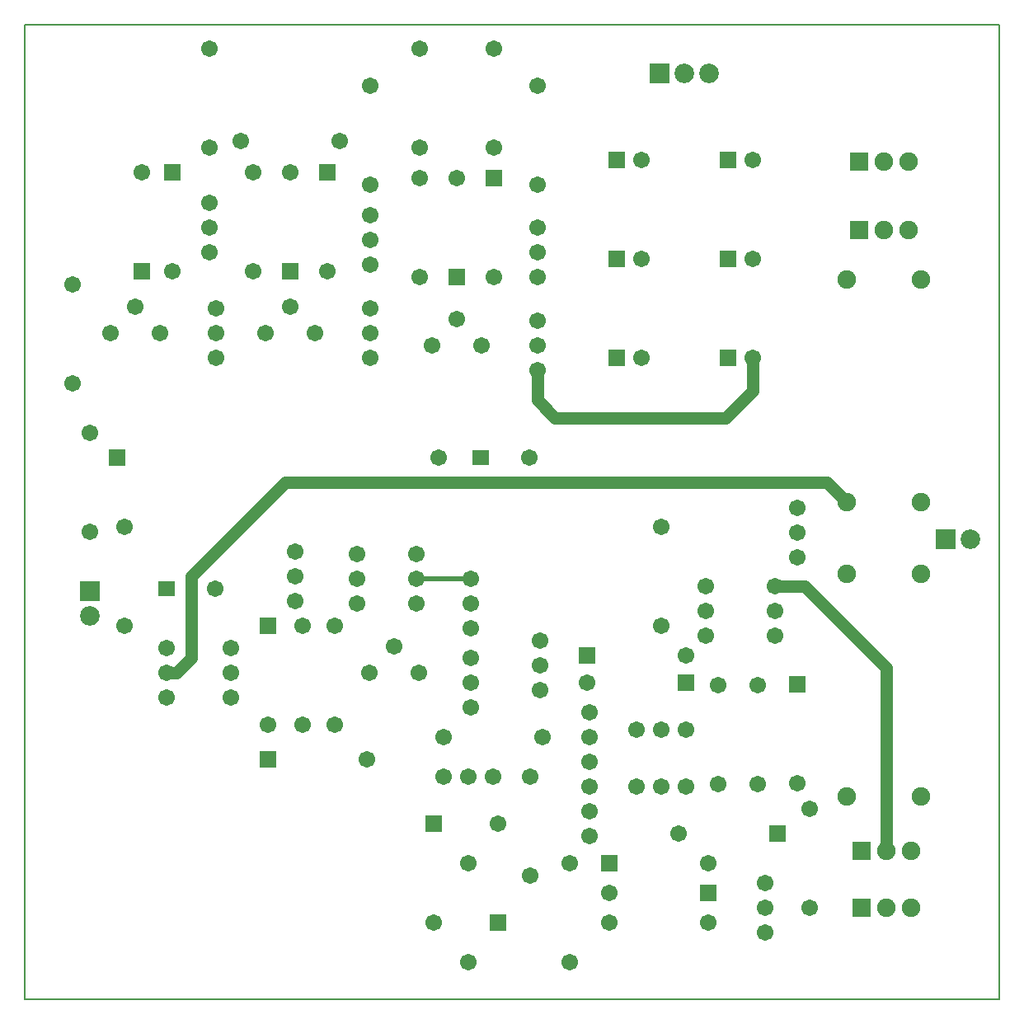
<source format=gtl>
G04 #@! TF.FileFunction,Copper,L1,Top,Signal*
%FSLAX46Y46*%
G04 Gerber Fmt 4.6, Leading zero omitted, Abs format (unit mm)*
G04 Created by KiCad (PCBNEW 4.0.1-stable) date 09/21/16 04:31:25*
%MOMM*%
G01*
G04 APERTURE LIST*
%ADD10C,0.100000*%
%ADD11C,0.150000*%
%ADD12R,1.716000X1.716000*%
%ADD13C,1.716000*%
%ADD14R,2.016000X2.016000*%
%ADD15C,2.016000*%
%ADD16C,1.916000*%
%ADD17R,1.916000X1.916000*%
%ADD18R,1.716000X1.554000*%
%ADD19C,1.270000*%
%ADD20C,0.508000*%
G04 APERTURE END LIST*
D10*
D11*
X115000000Y-145000000D02*
X115000000Y-45000000D01*
X215000000Y-45000000D02*
X115000000Y-45000000D01*
X215000000Y-145000000D02*
X115000000Y-145000000D01*
X215000000Y-45000000D02*
X215000000Y-145000000D01*
D12*
X126957460Y-70251480D03*
D13*
X126960000Y-60092000D03*
D12*
X130137540Y-60092520D03*
D13*
X130135000Y-70252000D03*
D12*
X142197460Y-70251480D03*
D13*
X142200000Y-60092000D03*
D12*
X146012540Y-60092520D03*
D13*
X146010000Y-70252000D03*
D12*
X159342460Y-70886480D03*
D13*
X159345000Y-60727000D03*
D12*
X163157540Y-60727520D03*
D13*
X163155000Y-70887000D03*
D12*
X139954520Y-120393460D03*
D13*
X150114000Y-120396000D03*
D12*
X139956540Y-106680520D03*
D13*
X139954000Y-116840000D03*
D12*
X163573460Y-137159480D03*
D13*
X163576000Y-127000000D03*
D12*
X156974540Y-127000520D03*
D13*
X156972000Y-137160000D03*
D12*
X185165480Y-134114540D03*
D13*
X175006000Y-134112000D03*
D12*
X175006520Y-131061460D03*
D13*
X185166000Y-131064000D03*
D12*
X172720520Y-109725460D03*
D13*
X182880000Y-109728000D03*
D12*
X182879480Y-112524540D03*
D13*
X172720000Y-112522000D03*
D12*
X192277480Y-128018540D03*
D13*
X182118000Y-128016000D03*
D12*
X194272540Y-112670520D03*
D13*
X194270000Y-122830000D03*
D14*
X121666000Y-103124000D03*
D15*
X121666000Y-105664000D03*
D14*
X209550000Y-97790000D03*
D15*
X212090000Y-97790000D03*
D14*
X180173000Y-49932000D03*
D15*
X182713000Y-49932000D03*
X185253000Y-49932000D03*
D13*
X133945000Y-65807000D03*
X133945000Y-63267000D03*
X133945000Y-68347000D03*
X134580000Y-76602000D03*
X134580000Y-79142000D03*
X134580000Y-74062000D03*
X150455000Y-67077000D03*
X150455000Y-64537000D03*
X150455000Y-69617000D03*
X150455000Y-76602000D03*
X150455000Y-79142000D03*
X150455000Y-74062000D03*
X167600000Y-68347000D03*
X167600000Y-65807000D03*
X167600000Y-70887000D03*
X167600000Y-77872000D03*
X167600000Y-80412000D03*
X167600000Y-75332000D03*
X149098000Y-101854000D03*
X149098000Y-104394000D03*
X149098000Y-99314000D03*
X142748000Y-101600000D03*
X142748000Y-99060000D03*
X142748000Y-104140000D03*
X129540000Y-111506000D03*
X129540000Y-108966000D03*
X129540000Y-114046000D03*
X155194000Y-101854000D03*
X155194000Y-99314000D03*
X155194000Y-104394000D03*
X160782000Y-104394000D03*
X160782000Y-101854000D03*
X160782000Y-106934000D03*
X136144000Y-111506000D03*
X136144000Y-114046000D03*
X136144000Y-108966000D03*
X160782000Y-112522000D03*
X160782000Y-109982000D03*
X160782000Y-115062000D03*
X160528000Y-122174000D03*
X163068000Y-122174000D03*
X157988000Y-122174000D03*
X167894000Y-110744000D03*
X167894000Y-113284000D03*
X167894000Y-108204000D03*
X172974000Y-125730000D03*
X172974000Y-128270000D03*
X172974000Y-123190000D03*
X172974000Y-118110000D03*
X172974000Y-120650000D03*
X172974000Y-115570000D03*
X184912000Y-105156000D03*
X184912000Y-102616000D03*
X184912000Y-107696000D03*
X180340000Y-117348000D03*
X177800000Y-117348000D03*
X182880000Y-117348000D03*
X192024000Y-105156000D03*
X192024000Y-107696000D03*
X192024000Y-102616000D03*
X180340000Y-123190000D03*
X182880000Y-123190000D03*
X177800000Y-123190000D03*
X191008000Y-135636000D03*
X191008000Y-138176000D03*
X191008000Y-133096000D03*
X194310000Y-97155000D03*
X194310000Y-99695000D03*
X194310000Y-94615000D03*
D16*
X203454000Y-135636000D03*
D17*
X200914000Y-135636000D03*
D16*
X205994000Y-135636000D03*
X203454000Y-129794000D03*
D17*
X200914000Y-129794000D03*
D16*
X205994000Y-129794000D03*
X203200000Y-66040000D03*
D17*
X200660000Y-66040000D03*
D16*
X205740000Y-66040000D03*
X203200000Y-59055000D03*
D17*
X200660000Y-59055000D03*
D16*
X205740000Y-59055000D03*
D18*
X129540000Y-102870000D03*
D13*
X134540000Y-102870000D03*
D18*
X161798000Y-89408000D03*
D13*
X166798000Y-89408000D03*
D12*
X175728000Y-58822000D03*
D13*
X178268000Y-58822000D03*
D12*
X175728000Y-68982000D03*
D13*
X178268000Y-68982000D03*
D12*
X175728000Y-79142000D03*
D13*
X178268000Y-79142000D03*
D12*
X187158000Y-58822000D03*
D13*
X189698000Y-58822000D03*
D12*
X187158000Y-68982000D03*
D13*
X189698000Y-68982000D03*
D12*
X187158000Y-79142000D03*
D13*
X189698000Y-79142000D03*
D16*
X199390000Y-124206000D03*
X199390000Y-101346000D03*
X207010000Y-124206000D03*
X207010000Y-101346000D03*
X199390000Y-93980000D03*
X199390000Y-71120000D03*
X207010000Y-93980000D03*
X207010000Y-71120000D03*
D13*
X121666000Y-86868000D03*
X121666000Y-97028000D03*
X125222000Y-96520000D03*
X125222000Y-106680000D03*
X119888000Y-71628000D03*
X119888000Y-81788000D03*
X147280000Y-56917000D03*
X137120000Y-56917000D03*
X133945000Y-57552000D03*
X133945000Y-47392000D03*
X138390000Y-70252000D03*
X138390000Y-60092000D03*
X150455000Y-51202000D03*
X150455000Y-61362000D03*
X155535000Y-57552000D03*
X155535000Y-47392000D03*
X155535000Y-70887000D03*
X155535000Y-60727000D03*
X167600000Y-51202000D03*
X167600000Y-61362000D03*
X163155000Y-57552000D03*
X163155000Y-47392000D03*
X146812000Y-116840000D03*
X146812000Y-106680000D03*
X143510000Y-106680000D03*
X143510000Y-116840000D03*
X166878000Y-132334000D03*
X166878000Y-122174000D03*
X160528000Y-131064000D03*
X160528000Y-141224000D03*
X157988000Y-118110000D03*
X168148000Y-118110000D03*
X185166000Y-137160000D03*
X175006000Y-137160000D03*
X170942000Y-131064000D03*
X170942000Y-141224000D03*
X180340000Y-96520000D03*
X180340000Y-106680000D03*
X190246000Y-112776000D03*
X190246000Y-122936000D03*
X186182000Y-122936000D03*
X186182000Y-112776000D03*
X195580000Y-135636000D03*
X195580000Y-125476000D03*
D12*
X124460000Y-89408000D03*
D13*
X157480000Y-89408000D03*
X123785000Y-76602000D03*
X126325000Y-73935000D03*
X128865000Y-76602000D03*
X139660000Y-76602000D03*
X142200000Y-73935000D03*
X144740000Y-76602000D03*
X156805000Y-77872000D03*
X159345000Y-75205000D03*
X161885000Y-77872000D03*
X150368000Y-111506000D03*
X152908000Y-108839000D03*
X155448000Y-111506000D03*
D19*
X192024000Y-102616000D02*
X195072000Y-102616000D01*
X203454000Y-110998000D02*
X203454000Y-129794000D01*
X195072000Y-102616000D02*
X203454000Y-110998000D01*
X167600000Y-80412000D02*
X167600000Y-83526000D01*
X189698000Y-82590000D02*
X189698000Y-79142000D01*
X186944000Y-85344000D02*
X189698000Y-82590000D01*
X169418000Y-85344000D02*
X186944000Y-85344000D01*
X167600000Y-83526000D02*
X169418000Y-85344000D01*
X199390000Y-93980000D02*
X197358000Y-91948000D01*
X130556000Y-111506000D02*
X129540000Y-111506000D01*
X132080000Y-109982000D02*
X130556000Y-111506000D01*
X132080000Y-101600000D02*
X132080000Y-109982000D01*
X141732000Y-91948000D02*
X132080000Y-101600000D01*
X197358000Y-91948000D02*
X141732000Y-91948000D01*
D20*
X155194000Y-101854000D02*
X160782000Y-101854000D01*
M02*

</source>
